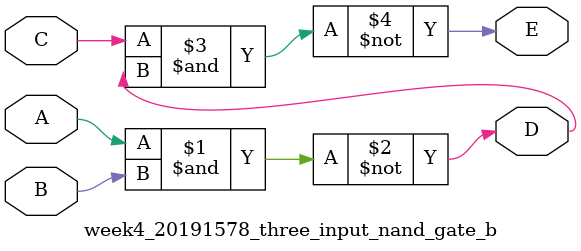
<source format=v>
`timescale 1ns / 1ps


module week4_20191578_three_input_nand_gate_b(
    input A,
    input B,
    input C,
    output D,
    output E
    );
    assign D = ~(A&B);
    assign E = ~(C&D);
endmodule

</source>
